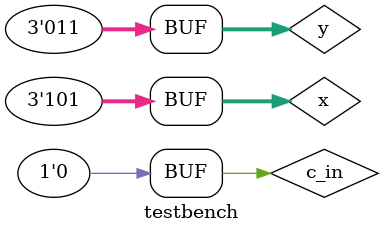
<source format=v>
module testbench();
    reg [2:0] x, y;
    reg c_in;
    wire [2:0] s;
    wire c_out;

    full_adder_3 fa (
        .x(x), .y(y), .c_in(c_in),
        .s(s), .c_out(c_out)
    );

    initial begin
        $dumpfile("waveform.vcd");
        $dumpvars;

        x = 3'b000;
        y = 3'b000;
        c_in = 0;
        #20;
        if(c_out == 0 && s == 3'b000)
            $display("000 000 0 -> 0 000 success");
        else
            $display("000 000 0 -> 0 000 fail");

        x = 3'b101;
        y = 3'b011;
        c_in = 0;   
        #20;
        if(c_out == 1 && s == 3'b000)
            $display("101 011 0 -> 1 000 success");
        else
            $display("101 011 0 -> 1 000 fail");

    end

endmodule
</source>
